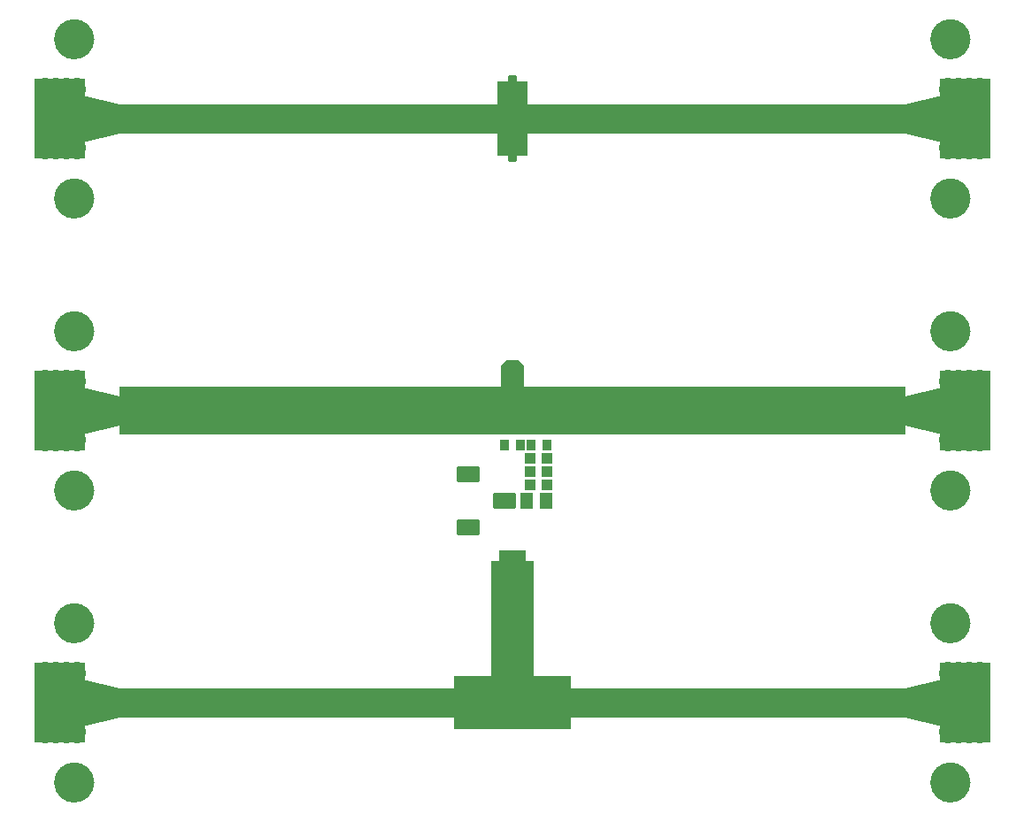
<source format=gts>
%TF.GenerationSoftware,KiCad,Pcbnew,8.0.4*%
%TF.CreationDate,2024-08-26T14:53:49-04:00*%
%TF.ProjectId,S-Band_1W_R1,532d4261-6e64-45f3-9157-5f52312e6b69,0*%
%TF.SameCoordinates,Original*%
%TF.FileFunction,Soldermask,Top*%
%TF.FilePolarity,Negative*%
%FSLAX46Y46*%
G04 Gerber Fmt 4.6, Leading zero omitted, Abs format (unit mm)*
G04 Created by KiCad (PCBNEW 8.0.4) date 2024-08-26 14:53:49*
%MOMM*%
%LPD*%
G01*
G04 APERTURE LIST*
G04 Aperture macros list*
%AMRoundRect*
0 Rectangle with rounded corners*
0 $1 Rounding radius*
0 $2 $3 $4 $5 $6 $7 $8 $9 X,Y pos of 4 corners*
0 Add a 4 corners polygon primitive as box body*
4,1,4,$2,$3,$4,$5,$6,$7,$8,$9,$2,$3,0*
0 Add four circle primitives for the rounded corners*
1,1,$1+$1,$2,$3*
1,1,$1+$1,$4,$5*
1,1,$1+$1,$6,$7*
1,1,$1+$1,$8,$9*
0 Add four rect primitives between the rounded corners*
20,1,$1+$1,$2,$3,$4,$5,0*
20,1,$1+$1,$4,$5,$6,$7,0*
20,1,$1+$1,$6,$7,$8,$9,0*
20,1,$1+$1,$8,$9,$2,$3,0*%
G04 Aperture macros list end*
%ADD10C,1.905000*%
%ADD11C,0.000000*%
%ADD12C,0.050800*%
%ADD13C,0.010000*%
%ADD14C,0.787400*%
%ADD15RoundRect,0.076200X2.286000X0.508000X-2.286000X0.508000X-2.286000X-0.508000X2.286000X-0.508000X0*%
%ADD16RoundRect,0.076200X2.286000X0.431800X-2.286000X0.431800X-2.286000X-0.431800X2.286000X-0.431800X0*%
%ADD17RoundRect,0.076200X-2.286000X-0.508000X2.286000X-0.508000X2.286000X0.508000X-2.286000X0.508000X0*%
%ADD18RoundRect,0.076200X-2.286000X-0.431800X2.286000X-0.431800X2.286000X0.431800X-2.286000X0.431800X0*%
%ADD19RoundRect,0.102000X-0.355600X-0.749300X0.355600X-0.749300X0.355600X0.749300X-0.355600X0.749300X0*%
%ADD20RoundRect,0.101600X1.016000X-0.635000X1.016000X0.635000X-1.016000X0.635000X-1.016000X-0.635000X0*%
%ADD21RoundRect,0.076200X-1.149473X-0.592697X-0.592697X-1.149473X1.149473X0.592697X0.592697X1.149473X0*%
%ADD22RoundRect,0.076200X-0.508000X-0.698500X0.508000X-0.698500X0.508000X0.698500X-0.508000X0.698500X0*%
%ADD23RoundRect,0.076200X0.406400X0.469900X-0.406400X0.469900X-0.406400X-0.469900X0.406400X-0.469900X0*%
%ADD24RoundRect,0.076200X-0.254000X-0.330200X0.254000X-0.330200X0.254000X0.330200X-0.254000X0.330200X0*%
%ADD25RoundRect,0.076200X-0.330200X-0.457200X0.330200X-0.457200X0.330200X0.457200X-0.330200X0.457200X0*%
%ADD26RoundRect,0.076200X0.279400X-3.175000X0.279400X3.175000X-0.279400X3.175000X-0.279400X-3.175000X0*%
%ADD27RoundRect,0.076200X0.330200X-0.254000X0.330200X0.254000X-0.330200X0.254000X-0.330200X-0.254000X0*%
%ADD28RoundRect,0.076200X-0.457200X0.330200X-0.457200X-0.330200X0.457200X-0.330200X0.457200X0.330200X0*%
%ADD29RoundRect,0.076200X0.330200X0.457200X-0.330200X0.457200X-0.330200X-0.457200X0.330200X-0.457200X0*%
%ADD30RoundRect,0.076200X-0.330200X0.254000X-0.330200X-0.254000X0.330200X-0.254000X0.330200X0.254000X0*%
%ADD31RoundRect,0.076200X0.457200X-0.330200X0.457200X0.330200X-0.457200X0.330200X-0.457200X-0.330200X0*%
G04 APERTURE END LIST*
D10*
X106362500Y-124460000D02*
G75*
G02*
X104457500Y-124460000I-952500J0D01*
G01*
X104457500Y-124460000D02*
G75*
G02*
X106362500Y-124460000I952500J0D01*
G01*
X190182500Y-124460000D02*
G75*
G02*
X188277500Y-124460000I-952500J0D01*
G01*
X188277500Y-124460000D02*
G75*
G02*
X190182500Y-124460000I952500J0D01*
G01*
X106362500Y-96520000D02*
G75*
G02*
X104457500Y-96520000I-952500J0D01*
G01*
X104457500Y-96520000D02*
G75*
G02*
X106362500Y-96520000I952500J0D01*
G01*
G36*
X141732000Y-114300000D02*
G01*
X152908000Y-114300000D01*
X152908000Y-119380000D01*
X141732000Y-119380000D01*
X141732000Y-114300000D01*
G37*
X190182500Y-109220000D02*
G75*
G02*
X188277500Y-109220000I-952500J0D01*
G01*
X188277500Y-109220000D02*
G75*
G02*
X190182500Y-109220000I952500J0D01*
G01*
X190182500Y-96520000D02*
G75*
G02*
X188277500Y-96520000I-952500J0D01*
G01*
X188277500Y-96520000D02*
G75*
G02*
X190182500Y-96520000I952500J0D01*
G01*
D11*
G36*
X109728000Y-115417600D02*
G01*
X109728000Y-118262400D01*
X106248200Y-119100600D01*
X106248200Y-114579400D01*
X109728000Y-115417600D01*
G37*
D10*
X190182500Y-68580000D02*
G75*
G02*
X188277500Y-68580000I-952500J0D01*
G01*
X188277500Y-68580000D02*
G75*
G02*
X190182500Y-68580000I952500J0D01*
G01*
X190182500Y-53340000D02*
G75*
G02*
X188277500Y-53340000I-952500J0D01*
G01*
X188277500Y-53340000D02*
G75*
G02*
X190182500Y-53340000I952500J0D01*
G01*
G36*
X148742400Y-59537600D02*
G01*
X184912000Y-59537600D01*
X184912000Y-62382400D01*
X148742400Y-62382400D01*
X148742400Y-59537600D01*
G37*
G36*
X152908000Y-115417600D02*
G01*
X184912000Y-115417600D01*
X184912000Y-118262400D01*
X152908000Y-118262400D01*
X152908000Y-115417600D01*
G37*
G36*
X109728000Y-59537600D02*
G01*
X145897600Y-59537600D01*
X145897600Y-62382400D01*
X109728000Y-62382400D01*
X109728000Y-59537600D01*
G37*
X106362500Y-68580000D02*
G75*
G02*
X104457500Y-68580000I-952500J0D01*
G01*
X104457500Y-68580000D02*
G75*
G02*
X106362500Y-68580000I952500J0D01*
G01*
X106362500Y-81280000D02*
G75*
G02*
X104457500Y-81280000I-952500J0D01*
G01*
X104457500Y-81280000D02*
G75*
G02*
X106362500Y-81280000I952500J0D01*
G01*
D11*
G36*
X188391800Y-119100600D02*
G01*
X184912000Y-118262400D01*
X184912000Y-115417600D01*
X188391800Y-114579400D01*
X188391800Y-119100600D01*
G37*
G36*
X188391800Y-63220600D02*
G01*
X184912000Y-62382400D01*
X184912000Y-59537600D01*
X188391800Y-58699400D01*
X188391800Y-63220600D01*
G37*
G36*
X145897600Y-57404000D02*
G01*
X148742400Y-57404000D01*
X148742400Y-64516000D01*
X145897600Y-64516000D01*
X145897600Y-57404000D01*
G37*
D10*
X106362500Y-53340000D02*
G75*
G02*
X104457500Y-53340000I-952500J0D01*
G01*
X104457500Y-53340000D02*
G75*
G02*
X106362500Y-53340000I952500J0D01*
G01*
D12*
X114274600Y-116128800D02*
X114274600Y-116509800D01*
X114274600Y-116128800D01*
D11*
G36*
X109728000Y-59537600D02*
G01*
X109728000Y-62382400D01*
X106248200Y-63220600D01*
X106248200Y-58699400D01*
X109728000Y-59537600D01*
G37*
G36*
X109728000Y-86614000D02*
G01*
X184912000Y-86614000D01*
X184912000Y-91186000D01*
X109728000Y-91186000D01*
X109728000Y-86614000D01*
G37*
G36*
X188391800Y-91160600D02*
G01*
X184912000Y-90322400D01*
X184912000Y-87477600D01*
X188391800Y-86639400D01*
X188391800Y-91160600D01*
G37*
G36*
X109728000Y-87477600D02*
G01*
X109728000Y-90322400D01*
X106248200Y-91160600D01*
X106248200Y-86639400D01*
X109728000Y-87477600D01*
G37*
G36*
X145313400Y-103276400D02*
G01*
X149326600Y-103276400D01*
X149326600Y-114300000D01*
X145313400Y-114300000D01*
X145313400Y-103276400D01*
G37*
G36*
X109728000Y-115417600D02*
G01*
X141732000Y-115417600D01*
X141732000Y-118262400D01*
X109728000Y-118262400D01*
X109728000Y-115417600D01*
G37*
D10*
X106362500Y-109220000D02*
G75*
G02*
X104457500Y-109220000I-952500J0D01*
G01*
X104457500Y-109220000D02*
G75*
G02*
X106362500Y-109220000I952500J0D01*
G01*
G36*
X146075400Y-102285800D02*
G01*
X148564600Y-102285800D01*
X148564600Y-103276400D01*
X146075400Y-103276400D01*
X146075400Y-102285800D01*
G37*
X190182500Y-81280000D02*
G75*
G02*
X188277500Y-81280000I-952500J0D01*
G01*
X188277500Y-81280000D02*
G75*
G02*
X190182500Y-81280000I952500J0D01*
G01*
%TO.C,J1*%
G36*
X106426000Y-64770000D02*
G01*
X101600000Y-64770000D01*
X101600000Y-57150000D01*
X106426000Y-57150000D01*
X106426000Y-64770000D01*
G37*
%TO.C,J3*%
G36*
X106426000Y-92710000D02*
G01*
X101600000Y-92710000D01*
X101600000Y-85090000D01*
X106426000Y-85090000D01*
X106426000Y-92710000D01*
G37*
%TO.C,J2*%
G36*
X188214000Y-57150000D02*
G01*
X193040000Y-57150000D01*
X193040000Y-64770000D01*
X188214000Y-64770000D01*
X188214000Y-57150000D01*
G37*
%TO.C,J4*%
G36*
X188214000Y-85090000D02*
G01*
X193040000Y-85090000D01*
X193040000Y-92710000D01*
X188214000Y-92710000D01*
X188214000Y-85090000D01*
G37*
%TO.C,U1*%
D12*
X144780000Y-87833200D02*
X149860000Y-87833200D01*
X149860000Y-89611200D01*
X144780000Y-89611200D01*
X144780000Y-87833200D01*
G36*
X144780000Y-87833200D02*
G01*
X149860000Y-87833200D01*
X149860000Y-89611200D01*
X144780000Y-89611200D01*
X144780000Y-87833200D01*
G37*
D13*
X148372500Y-84557400D02*
X148372500Y-87502200D01*
X147877200Y-87997500D01*
X147877200Y-89546100D01*
X146762800Y-89546100D01*
X146762800Y-87997500D01*
X146267500Y-87502200D01*
X146267500Y-84557400D01*
X146812800Y-84012100D01*
X147827200Y-84012100D01*
X148372500Y-84557400D01*
G36*
X148372500Y-84557400D02*
G01*
X148372500Y-87502200D01*
X147877200Y-87997500D01*
X147877200Y-89546100D01*
X146762800Y-89546100D01*
X146762800Y-87997500D01*
X146267500Y-87502200D01*
X146267500Y-84557400D01*
X146812800Y-84012100D01*
X147827200Y-84012100D01*
X148372500Y-84557400D01*
G37*
%TO.C,J5*%
G36*
X106426000Y-120650000D02*
G01*
X101600000Y-120650000D01*
X101600000Y-113030000D01*
X106426000Y-113030000D01*
X106426000Y-120650000D01*
G37*
%TO.C,J6*%
G36*
X188214000Y-113030000D02*
G01*
X193040000Y-113030000D01*
X193040000Y-120650000D01*
X188214000Y-120650000D01*
X188214000Y-113030000D01*
G37*
%TO.C,NT1*%
G36*
X147040600Y-103276400D02*
G01*
X147599400Y-103276400D01*
X147599400Y-115976400D01*
X147040600Y-115976400D01*
X147040600Y-103276400D01*
G37*
%TD*%
D14*
%TO.C,J1*%
X106172000Y-63754000D03*
X106172000Y-58166000D03*
X105664000Y-64516000D03*
X105664000Y-57404000D03*
X105156000Y-63754000D03*
X105156000Y-58166000D03*
X104648000Y-64516000D03*
X104648000Y-57404000D03*
X104140000Y-63754000D03*
X104140000Y-58166000D03*
D15*
X103962200Y-63728600D03*
X103962200Y-58191400D03*
D14*
X103632000Y-64516000D03*
X103632000Y-57404000D03*
X103124000Y-63754000D03*
X103124000Y-58166000D03*
X102616000Y-64516000D03*
X102616000Y-57404000D03*
X102108000Y-63754000D03*
X102108000Y-58166000D03*
D16*
X103962200Y-60960000D03*
%TD*%
D14*
%TO.C,J3*%
X106172000Y-91694000D03*
X106172000Y-86106000D03*
X105664000Y-92456000D03*
X105664000Y-85344000D03*
X105156000Y-91694000D03*
X105156000Y-86106000D03*
X104648000Y-92456000D03*
X104648000Y-85344000D03*
X104140000Y-91694000D03*
X104140000Y-86106000D03*
D15*
X103962200Y-91668600D03*
X103962200Y-86131400D03*
D14*
X103632000Y-92456000D03*
X103632000Y-85344000D03*
X103124000Y-91694000D03*
X103124000Y-86106000D03*
X102616000Y-92456000D03*
X102616000Y-85344000D03*
X102108000Y-91694000D03*
X102108000Y-86106000D03*
D16*
X103962200Y-88900000D03*
%TD*%
D14*
%TO.C,J2*%
X188468000Y-58166000D03*
X188468000Y-63754000D03*
X188976000Y-57404000D03*
X188976000Y-64516000D03*
X189484000Y-58166000D03*
X189484000Y-63754000D03*
X189992000Y-57404000D03*
X189992000Y-64516000D03*
X190500000Y-58166000D03*
X190500000Y-63754000D03*
D17*
X190677800Y-58191400D03*
X190677800Y-63728600D03*
D14*
X191008000Y-57404000D03*
X191008000Y-64516000D03*
X191516000Y-58166000D03*
X191516000Y-63754000D03*
X192024000Y-57404000D03*
X192024000Y-64516000D03*
X192532000Y-58166000D03*
X192532000Y-63754000D03*
D18*
X190677800Y-60960000D03*
%TD*%
D14*
%TO.C,J4*%
X188468000Y-86106000D03*
X188468000Y-91694000D03*
X188976000Y-85344000D03*
X188976000Y-92456000D03*
X189484000Y-86106000D03*
X189484000Y-91694000D03*
X189992000Y-85344000D03*
X189992000Y-92456000D03*
X190500000Y-86106000D03*
X190500000Y-91694000D03*
D17*
X190677800Y-86131400D03*
X190677800Y-91668600D03*
D14*
X191008000Y-85344000D03*
X191008000Y-92456000D03*
X191516000Y-86106000D03*
X191516000Y-91694000D03*
X192024000Y-85344000D03*
X192024000Y-92456000D03*
X192532000Y-86106000D03*
X192532000Y-91694000D03*
D18*
X190677800Y-88900000D03*
%TD*%
D19*
%TO.C,U1*%
X145821400Y-88696800D03*
X148818600Y-88696800D03*
%TD*%
D14*
%TO.C,J5*%
X106172000Y-119634000D03*
X106172000Y-114046000D03*
X105664000Y-120396000D03*
X105664000Y-113284000D03*
X105156000Y-119634000D03*
X105156000Y-114046000D03*
X104648000Y-120396000D03*
X104648000Y-113284000D03*
X104140000Y-119634000D03*
X104140000Y-114046000D03*
D15*
X103962200Y-119608600D03*
X103962200Y-114071400D03*
D14*
X103632000Y-120396000D03*
X103632000Y-113284000D03*
X103124000Y-119634000D03*
X103124000Y-114046000D03*
X102616000Y-120396000D03*
X102616000Y-113284000D03*
X102108000Y-119634000D03*
X102108000Y-114046000D03*
D16*
X103962200Y-116840000D03*
%TD*%
D14*
%TO.C,J6*%
X188468000Y-114046000D03*
X188468000Y-119634000D03*
X188976000Y-113284000D03*
X188976000Y-120396000D03*
X189484000Y-114046000D03*
X189484000Y-119634000D03*
X189992000Y-113284000D03*
X189992000Y-120396000D03*
X190500000Y-114046000D03*
X190500000Y-119634000D03*
D17*
X190677800Y-114071400D03*
X190677800Y-119608600D03*
D14*
X191008000Y-113284000D03*
X191008000Y-120396000D03*
X191516000Y-114046000D03*
X191516000Y-119634000D03*
X192024000Y-113284000D03*
X192024000Y-120396000D03*
X192532000Y-114046000D03*
X192532000Y-119634000D03*
D18*
X190677800Y-116840000D03*
%TD*%
D20*
%TO.C,J7*%
X143128500Y-94996000D03*
X146557500Y-97536000D03*
X143128500Y-100076000D03*
%TD*%
D21*
%TO.C,L6*%
X144282211Y-116552632D03*
X146293789Y-117127368D03*
%TD*%
D22*
%TO.C,R1*%
X148691600Y-97536000D03*
X150520400Y-97536000D03*
%TD*%
D23*
%TO.C,C6*%
X150672800Y-94742000D03*
X149047200Y-94742000D03*
%TD*%
D24*
%TO.C,L3*%
X149606000Y-60960000D03*
X150622000Y-60960000D03*
%TD*%
D25*
%TO.C,C15*%
X147320000Y-108762800D03*
X148844000Y-108762800D03*
%TD*%
D26*
%TO.C,NT1*%
X147320000Y-112801400D03*
X147320000Y-106451400D03*
%TD*%
D25*
%TO.C,C10*%
X177038000Y-88900000D03*
X178562000Y-88900000D03*
%TD*%
D27*
%TO.C,C1*%
X147320000Y-59944000D03*
X147320000Y-58928000D03*
%TD*%
D28*
%TO.C,R3*%
X114300000Y-89115900D03*
X114300000Y-90639900D03*
%TD*%
D24*
%TO.C,C2*%
X145796000Y-60960000D03*
X146812000Y-60960000D03*
%TD*%
D29*
%TO.C,R2*%
X148082000Y-92202000D03*
X146558000Y-92202000D03*
%TD*%
D28*
%TO.C,C14*%
X163195000Y-89115900D03*
X163195000Y-90639900D03*
%TD*%
D24*
%TO.C,C3*%
X147828000Y-60960000D03*
X148844000Y-60960000D03*
%TD*%
D28*
%TO.C,C11*%
X131064000Y-89115900D03*
X131064000Y-90639900D03*
%TD*%
D23*
%TO.C,C5*%
X150672800Y-96012000D03*
X149047200Y-96012000D03*
%TD*%
D28*
%TO.C,C12*%
X144221200Y-89115900D03*
X144221200Y-90639900D03*
%TD*%
D24*
%TO.C,L2*%
X144018000Y-60960000D03*
X145034000Y-60960000D03*
%TD*%
D30*
%TO.C,C4*%
X147320000Y-61976000D03*
X147320000Y-62992000D03*
%TD*%
D28*
%TO.C,C13*%
X153289000Y-89115900D03*
X153289000Y-90639900D03*
%TD*%
D25*
%TO.C,C9*%
X116078000Y-88900000D03*
X117602000Y-88900000D03*
%TD*%
D23*
%TO.C,C7*%
X150672800Y-93472000D03*
X149047200Y-93472000D03*
%TD*%
D29*
%TO.C,C8*%
X150622000Y-92202000D03*
X149098000Y-92202000D03*
%TD*%
D30*
%TO.C,L4*%
X147320000Y-63754000D03*
X147320000Y-64770000D03*
%TD*%
D31*
%TO.C,L5*%
X150622000Y-90639900D03*
X150622000Y-89115900D03*
%TD*%
D21*
%TO.C,L7*%
X148346211Y-116552632D03*
X150357789Y-117127368D03*
%TD*%
D28*
%TO.C,R4*%
X180340000Y-89115900D03*
X180340000Y-90639900D03*
%TD*%
D30*
%TO.C,L1*%
X147320000Y-57150000D03*
X147320000Y-58166000D03*
%TD*%
M02*

</source>
